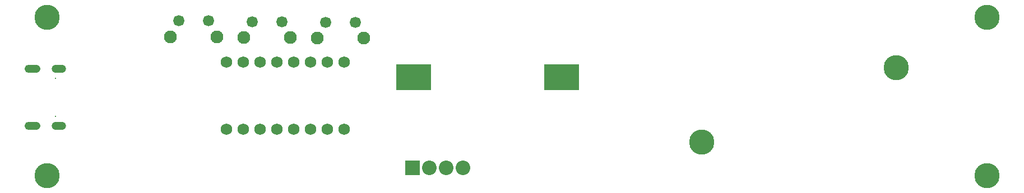
<source format=gbs>
G04*
G04 #@! TF.GenerationSoftware,Altium Limited,CircuitMaker,2.3.0 (3)*
G04*
G04 Layer_Color=8150272*
%FSLAX25Y25*%
%MOIN*%
G70*
G04*
G04 #@! TF.SameCoordinates,705889C2-21D0-45EB-85EC-D1C7F8D66195*
G04*
G04*
G04 #@! TF.FilePolarity,Negative*
G04*
G01*
G75*
%ADD87R,0.08674X0.08674*%
%ADD88C,0.08674*%
%ADD89C,0.06800*%
%ADD90C,0.14973*%
%ADD91C,0.00800*%
G04:AMPARAMS|DCode=92|XSize=47.37mil|YSize=94.61mil|CornerRadius=23.68mil|HoleSize=0mil|Usage=FLASHONLY|Rotation=270.000|XOffset=0mil|YOffset=0mil|HoleType=Round|Shape=RoundedRectangle|*
%AMROUNDEDRECTD92*
21,1,0.04737,0.04724,0,0,270.0*
21,1,0.00000,0.09461,0,0,270.0*
1,1,0.04737,-0.02362,0.00000*
1,1,0.04737,-0.02362,0.00000*
1,1,0.04737,0.02362,0.00000*
1,1,0.04737,0.02362,0.00000*
%
%ADD92ROUNDEDRECTD92*%
G04:AMPARAMS|DCode=93|XSize=47.37mil|YSize=86.74mil|CornerRadius=23.68mil|HoleSize=0mil|Usage=FLASHONLY|Rotation=270.000|XOffset=0mil|YOffset=0mil|HoleType=Round|Shape=RoundedRectangle|*
%AMROUNDEDRECTD93*
21,1,0.04737,0.03937,0,0,270.0*
21,1,0.00000,0.08674,0,0,270.0*
1,1,0.04737,-0.01968,0.00000*
1,1,0.04737,-0.01968,0.00000*
1,1,0.04737,0.01968,0.00000*
1,1,0.04737,0.01968,0.00000*
%
%ADD93ROUNDEDRECTD93*%
%ADD94C,0.06630*%
%ADD95C,0.07630*%
%ADD113R,0.20800X0.15800*%
D87*
X237052Y16780D02*
D03*
D88*
X247052Y16780D02*
D03*
X257052Y16780D02*
D03*
X267052Y16780D02*
D03*
D89*
X126157Y39649D02*
D03*
X136158Y39649D02*
D03*
X146158Y39649D02*
D03*
X156158Y39649D02*
D03*
X166157Y39649D02*
D03*
X176157Y39649D02*
D03*
X186158Y39649D02*
D03*
X196158Y39649D02*
D03*
X196158Y79649D02*
D03*
X186158Y79649D02*
D03*
X176157Y79649D02*
D03*
X166157Y79649D02*
D03*
X126157Y79649D02*
D03*
X136158Y79649D02*
D03*
X146158Y79649D02*
D03*
X156158Y79649D02*
D03*
D90*
X524493Y76219D02*
D03*
X408922Y31868D02*
D03*
X578657Y11860D02*
D03*
X578657Y106348D02*
D03*
X19602Y11860D02*
D03*
X19602Y106348D02*
D03*
D91*
X24637Y70094D02*
D03*
X24637Y47259D02*
D03*
D92*
X10858Y41649D02*
D03*
X10858Y75704D02*
D03*
D93*
X26605Y75704D02*
D03*
X26605Y41649D02*
D03*
D94*
X98028Y104176D02*
D03*
X115628Y104176D02*
D03*
X141756Y103763D02*
D03*
X159356Y103763D02*
D03*
X185357Y103449D02*
D03*
X202958Y103449D02*
D03*
D95*
X93028Y94676D02*
D03*
X120628Y94676D02*
D03*
X136756Y94263D02*
D03*
X164356Y94263D02*
D03*
X180358Y93949D02*
D03*
X207958Y93949D02*
D03*
D113*
X325575Y70531D02*
D03*
X237575Y70531D02*
D03*
M02*

</source>
